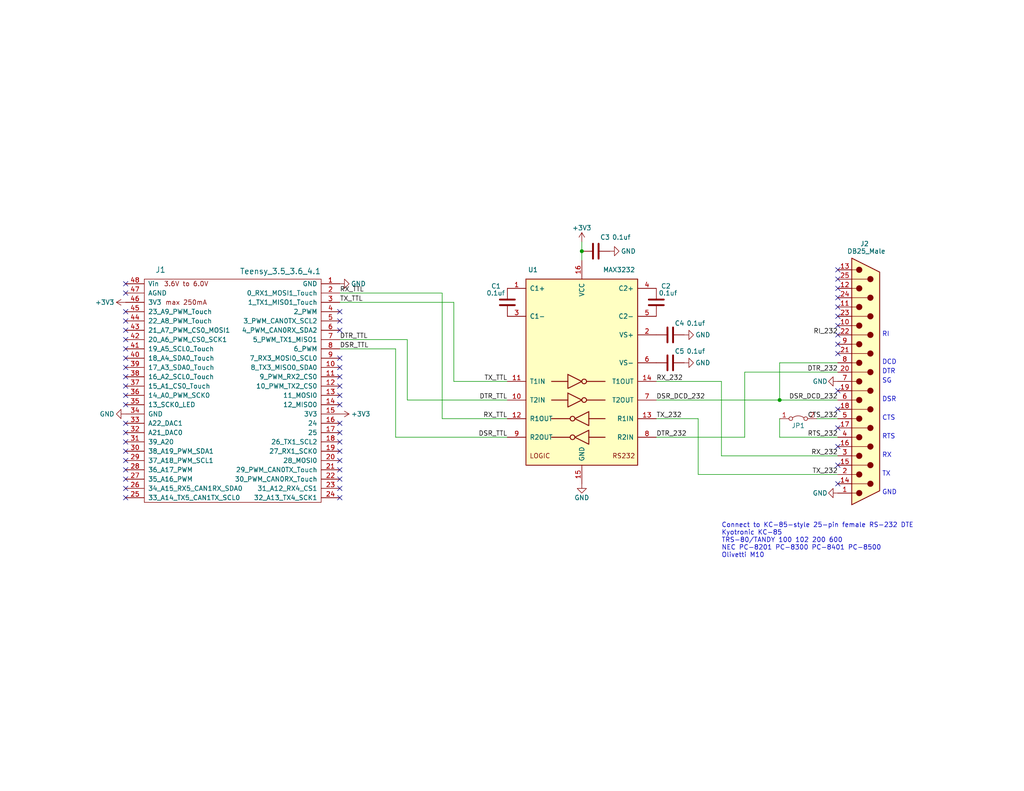
<source format=kicad_sch>
(kicad_sch (version 20211123) (generator eeschema)
  (paper "USLetter")
  (title_block (title "MounT_K85_Teensy") (date "2022-10-23") (rev "004") (company "Brian K. White - b.kenyon.w@gmail.com"))
  (lib_symbols
    (symbol "0_LOCAL:+3V3" (power) (pin_names (offset 0))
      (property "Value" "+3V3" (at 0 3.556 0))
      (symbol "+3V3_0_1"
        (polyline (pts (xy -0.762 1.27) (xy 0 2.54)))
        (polyline (pts (xy 0 0) (xy 0 2.54)))
        (polyline (pts (xy 0 2.54) (xy 0.762 1.27)))
      )
      (symbol "+3V3_1_1"
        (pin power_in line (at 0 0 90) (length 0) hide (name "+3V3") (number "1"))
      )
    )
    (symbol "0_LOCAL:C" (pin_numbers hide) (pin_names (offset 0.254))
      (property "Reference" "C" (at 0.635 2.54 0))
      (property "Value" "C" (at 0.635 -2.54 0))
      (symbol "C_0_1"
        (polyline (pts (xy -2.032 -0.762) (xy 2.032 -0.762)) (stroke (width 0.508)))
        (polyline (pts (xy -2.032 0.762) (xy 2.032 0.762)) (stroke (width 0.508)))
      )
      (symbol "C_1_1"
        (pin passive line (at 0 3.81 270) (length 2.794) (name "~") (number "1"))
        (pin passive line (at 0 -3.81 90) (length 2.794) (name "~") (number "2"))
      )
    )
    (symbol "0_LOCAL:DB25_Male" (pin_names (offset 1.016) hide)
      (property "Reference" "J" (at 0 34.29 0))
      (property "Value" "DB25_Male" (at 0 -34.925 0))
      (symbol "DB25_Male_0_1"
        (circle (center -1.778 -30.48) (radius 0.762) (fill (type outline)))
        (circle (center -1.778 -25.4) (radius 0.762) (fill (type outline)))
        (circle (center -1.778 -20.32) (radius 0.762) (fill (type outline)))
        (circle (center -1.778 -15.24) (radius 0.762) (fill (type outline)))
        (circle (center -1.778 -10.16) (radius 0.762) (fill (type outline)))
        (circle (center -1.778 -5.08) (radius 0.762) (fill (type outline)))
        (circle (center -1.778 0) (radius 0.762) (fill (type outline)))
        (circle (center -1.778 5.08) (radius 0.762) (fill (type outline)))
        (circle (center -1.778 10.16) (radius 0.762) (fill (type outline)))
        (circle (center -1.778 15.24) (radius 0.762) (fill (type outline)))
        (circle (center -1.778 20.32) (radius 0.762) (fill (type outline)))
        (circle (center -1.778 25.4) (radius 0.762) (fill (type outline)))
        (circle (center -1.778 30.48) (radius 0.762) (fill (type outline)))
        (polyline (pts (xy -3.81 -30.48) (xy -2.54 -30.48)))
        (polyline (pts (xy -3.81 -27.94) (xy 0.508 -27.94)))
        (polyline (pts (xy -3.81 -25.4) (xy -2.54 -25.4)))
        (polyline (pts (xy -3.81 -22.86) (xy 0.508 -22.86)))
        (polyline (pts (xy -3.81 -20.32) (xy -2.54 -20.32)))
        (polyline (pts (xy -3.81 -17.78) (xy 0.508 -17.78)))
        (polyline (pts (xy -3.81 -15.24) (xy -2.54 -15.24)))
        (polyline (pts (xy -3.81 -12.7) (xy 0.508 -12.7)))
        (polyline (pts (xy -3.81 -10.16) (xy -2.54 -10.16)))
        (polyline (pts (xy -3.81 -7.62) (xy 0.508 -7.62)))
        (polyline (pts (xy -3.81 -5.08) (xy -2.54 -5.08)))
        (polyline (pts (xy -3.81 -2.54) (xy 0.508 -2.54)))
        (polyline (pts (xy -3.81 0) (xy -2.54 0)))
        (polyline (pts (xy -3.81 2.54) (xy 0.508 2.54)))
        (polyline (pts (xy -3.81 5.08) (xy -2.54 5.08)))
        (polyline (pts (xy -3.81 7.62) (xy 0.508 7.62)))
        (polyline (pts (xy -3.81 10.16) (xy -2.54 10.16)))
        (polyline (pts (xy -3.81 12.7) (xy 0.508 12.7)))
        (polyline (pts (xy -3.81 15.24) (xy -2.54 15.24)))
        (polyline (pts (xy -3.81 17.78) (xy 0.508 17.78)))
        (polyline (pts (xy -3.81 20.32) (xy -2.54 20.32)))
        (polyline (pts (xy -3.81 22.86) (xy 0.508 22.86)))
        (polyline (pts (xy -3.81 25.4) (xy -2.54 25.4)))
        (polyline (pts (xy -3.81 27.94) (xy 0.508 27.94)))
        (polyline (pts (xy -3.81 30.48) (xy -2.54 30.48)))
        (polyline (pts (xy -3.81 -33.655) (xy 3.81 -29.845) (xy 3.81 29.845) (xy -3.81 33.655) (xy -3.81 -33.655)) (stroke (width 0.254)) (fill (type background)))
        (circle (center 1.27 -27.94) (radius 0.762) (fill (type outline)))
        (circle (center 1.27 -22.86) (radius 0.762) (fill (type outline)))
        (circle (center 1.27 -17.78) (radius 0.762) (fill (type outline)))
        (circle (center 1.27 -12.7) (radius 0.762) (fill (type outline)))
        (circle (center 1.27 -7.62) (radius 0.762) (fill (type outline)))
        (circle (center 1.27 -2.54) (radius 0.762) (fill (type outline)))
        (circle (center 1.27 2.54) (radius 0.762) (fill (type outline)))
        (circle (center 1.27 7.62) (radius 0.762) (fill (type outline)))
        (circle (center 1.27 12.7) (radius 0.762) (fill (type outline)))
        (circle (center 1.27 17.78) (radius 0.762) (fill (type outline)))
        (circle (center 1.27 22.86) (radius 0.762) (fill (type outline)))
        (circle (center 1.27 27.94) (radius 0.762) (fill (type outline)))
      )
      (symbol "DB25_Male_1_1"
        (pin passive line (at -7.62 -30.48 0) (length 3.81) (name "1") (number "1"))
        (pin passive line (at -7.62 15.24 0) (length 3.81) (name "10") (number "10"))
        (pin passive line (at -7.62 20.32 0) (length 3.81) (name "11") (number "11"))
        (pin passive line (at -7.62 25.4 0) (length 3.81) (name "12") (number "12"))
        (pin passive line (at -7.62 30.48 0) (length 3.81) (name "13") (number "13"))
        (pin passive line (at -7.62 -27.94 0) (length 3.81) (name "P14") (number "14"))
        (pin passive line (at -7.62 -22.86 0) (length 3.81) (name "P15") (number "15"))
        (pin passive line (at -7.62 -17.78 0) (length 3.81) (name "P16") (number "16"))
        (pin passive line (at -7.62 -12.7 0) (length 3.81) (name "P17") (number "17"))
        (pin passive line (at -7.62 -7.62 0) (length 3.81) (name "P18") (number "18"))
        (pin passive line (at -7.62 -2.54 0) (length 3.81) (name "P19") (number "19"))
        (pin passive line (at -7.62 -25.4 0) (length 3.81) (name "2") (number "2"))
        (pin passive line (at -7.62 2.54 0) (length 3.81) (name "P20") (number "20"))
        (pin passive line (at -7.62 7.62 0) (length 3.81) (name "P21") (number "21"))
        (pin passive line (at -7.62 12.7 0) (length 3.81) (name "P22") (number "22"))
        (pin passive line (at -7.62 17.78 0) (length 3.81) (name "P23") (number "23"))
        (pin passive line (at -7.62 22.86 0) (length 3.81) (name "P24") (number "24"))
        (pin passive line (at -7.62 27.94 0) (length 3.81) (name "P25") (number "25"))
        (pin passive line (at -7.62 -20.32 0) (length 3.81) (name "3") (number "3"))
        (pin passive line (at -7.62 -15.24 0) (length 3.81) (name "4") (number "4"))
        (pin passive line (at -7.62 -10.16 0) (length 3.81) (name "5") (number "5"))
        (pin passive line (at -7.62 -5.08 0) (length 3.81) (name "6") (number "6"))
        (pin passive line (at -7.62 0 0) (length 3.81) (name "7") (number "7"))
        (pin passive line (at -7.62 5.08 0) (length 3.81) (name "8") (number "8"))
        (pin passive line (at -7.62 10.16 0) (length 3.81) (name "9") (number "9"))
      )
    )
    (symbol "0_LOCAL:GND" (power) (pin_names (offset 0))
      (property "Value" "GND" (at 0 -3.81 0))
      (symbol "GND_0_1"
        (polyline (pts (xy 0 0) (xy 0 -1.27) (xy 1.27 -1.27) (xy 0 -2.54) (xy -1.27 -1.27) (xy 0 -1.27)))
      )
      (symbol "GND_1_1"
        (pin power_in line (at 0 0 270) (length 0) hide (name "GND") (number "1"))
      )
    )
    (symbol "0_LOCAL:Jumper_2_Bridged" (pin_names (offset 0) hide)
      (property "Reference" "JP" (at 0 1.905 0))
      (property "Value" "Jumper_2_Bridged" (at 0 -2.54 0))
      (symbol "Jumper_2_Bridged_0_0"
        (circle (center -2.032 0) (radius 0.508))
        (circle (center 2.032 0) (radius 0.508))
      )
      (symbol "Jumper_2_Bridged_0_1"
        (arc (start 1.524 0.254) (mid 0 0.762) (end -1.524 0.254))
      )
      (symbol "Jumper_2_Bridged_1_1"
        (pin passive line (at -5.08 0 0) (length 2.54) (name "A") (number "1"))
        (pin passive line (at 5.08 0 180) (length 2.54) (name "B") (number "2"))
      )
    )
    (symbol "0_LOCAL:Teensy_3.5_3.6_4.1" (pin_names (offset 1.016))
      (property "Reference" "J" (at -21.59 33.02 0))
      (property "Value" "Teensy_3.5_3.6_4.1" (at -8.89 31.75 0))
      (symbol "Teensy_3.5_3.6_4.1_0_0"
        (text "3.6V to 6.0V" (at 12.7 29.21 0) (effects (font (size 1.27 1.27))))
        (text "max 250mA" (at 12.7 24.13 0) (effects (font (size 1.27 1.27))))
      )
      (symbol "Teensy_3.5_3.6_4.1_0_1"
        (rectangle (start -24.13 30.48) (end 24.13 -30.48))
      )
      (symbol "Teensy_3.5_3.6_4.1_1_1"
        (pin power_in line (at -29.21 29.21 0) (length 5.08) (name "GND") (number "1"))
        (pin bidirectional line (at -29.21 6.35 0) (length 5.08) (name "8_TX3_MISO0_SDA0") (number "10"))
        (pin bidirectional line (at -29.21 3.81 0) (length 5.08) (name "9_PWM_RX2_CS0") (number "11"))
        (pin bidirectional line (at -29.21 1.27 0) (length 5.08) (name "10_PWM_TX2_CS0") (number "12"))
        (pin bidirectional line (at -29.21 -1.27 0) (length 5.08) (name "11_MOSI0") (number "13"))
        (pin bidirectional line (at -29.21 -3.81 0) (length 5.08) (name "12_MISO0") (number "14"))
        (pin power_out line (at -29.21 -6.35 0) (length 5.08) (name "3V3") (number "15"))
        (pin bidirectional line (at -29.21 -8.89 0) (length 5.08) (name "24") (number "16"))
        (pin bidirectional line (at -29.21 -11.43 0) (length 5.08) (name "25") (number "17"))
        (pin bidirectional line (at -29.21 -13.97 0) (length 5.08) (name "26_TX1_SCL2") (number "18"))
        (pin bidirectional line (at -29.21 -16.51 0) (length 5.08) (name "27_RX1_SCK0") (number "19"))
        (pin bidirectional line (at -29.21 26.67 0) (length 5.08) (name "0_RX1_MOSI1_Touch") (number "2"))
        (pin bidirectional line (at -29.21 -19.05 0) (length 5.08) (name "28_MOSI0") (number "20"))
        (pin bidirectional line (at -29.21 -21.59 0) (length 5.08) (name "29_PWM_CAN0TX_Touch") (number "21"))
        (pin bidirectional line (at -29.21 -24.13 0) (length 5.08) (name "30_PWM_CAN0RX_Touch") (number "22"))
        (pin bidirectional line (at -29.21 -26.67 0) (length 5.08) (name "31_A12_RX4_CS1") (number "23"))
        (pin bidirectional line (at -29.21 -29.21 0) (length 5.08) (name "32_A13_TX4_SCK1") (number "24"))
        (pin bidirectional line (at 29.21 -29.21 180) (length 5.08) (name "33_A14_TX5_CAN1TX_SCL0") (number "25"))
        (pin bidirectional line (at 29.21 -26.67 180) (length 5.08) (name "34_A15_RX5_CAN1RX_SDA0") (number "26"))
        (pin bidirectional line (at 29.21 -24.13 180) (length 5.08) (name "35_A16_PWM") (number "27"))
        (pin bidirectional line (at 29.21 -21.59 180) (length 5.08) (name "36_A17_PWM") (number "28"))
        (pin bidirectional line (at 29.21 -19.05 180) (length 5.08) (name "37_A18_PWM_SCL1") (number "29"))
        (pin bidirectional line (at -29.21 24.13 0) (length 5.08) (name "1_TX1_MISO1_Touch") (number "3"))
        (pin bidirectional line (at 29.21 -16.51 180) (length 5.08) (name "38_A19_PWM_SDA1") (number "30"))
        (pin bidirectional line (at 29.21 -13.97 180) (length 5.08) (name "39_A20") (number "31"))
        (pin bidirectional line (at 29.21 -11.43 180) (length 5.08) (name "A21_DAC0") (number "32"))
        (pin bidirectional line (at 29.21 -8.89 180) (length 5.08) (name "A22_DAC1") (number "33"))
        (pin power_in line (at 29.21 -6.35 180) (length 5.08) (name "GND") (number "34"))
        (pin bidirectional line (at 29.21 -3.81 180) (length 5.08) (name "13_SCK0_LED") (number "35"))
        (pin bidirectional line (at 29.21 -1.27 180) (length 5.08) (name "14_A0_PWM_SCK0") (number "36"))
        (pin bidirectional line (at 29.21 1.27 180) (length 5.08) (name "15_A1_CS0_Touch") (number "37"))
        (pin bidirectional line (at 29.21 3.81 180) (length 5.08) (name "16_A2_SCL0_Touch") (number "38"))
        (pin bidirectional line (at 29.21 6.35 180) (length 5.08) (name "17_A3_SDA0_Touch") (number "39"))
        (pin bidirectional line (at -29.21 21.59 0) (length 5.08) (name "2_PWM") (number "4"))
        (pin bidirectional line (at 29.21 8.89 180) (length 5.08) (name "18_A4_SDA0_Touch") (number "40"))
        (pin bidirectional line (at 29.21 11.43 180) (length 5.08) (name "19_A5_SCL0_Touch") (number "41"))
        (pin bidirectional line (at 29.21 13.97 180) (length 5.08) (name "20_A6_PWM_CS0_SCK1") (number "42"))
        (pin bidirectional line (at 29.21 16.51 180) (length 5.08) (name "21_A7_PWM_CS0_MOSI1") (number "43"))
        (pin bidirectional line (at 29.21 19.05 180) (length 5.08) (name "22_A8_PWM_Touch") (number "44"))
        (pin bidirectional line (at 29.21 21.59 180) (length 5.08) (name "23_A9_PWM_Touch") (number "45"))
        (pin power_out line (at 29.21 24.13 180) (length 5.08) (name "3V3") (number "46"))
        (pin power_out line (at 29.21 26.67 180) (length 5.08) (name "AGND") (number "47"))
        (pin power_in line (at 29.21 29.21 180) (length 5.08) (name "Vin") (number "48"))
        (pin bidirectional line (at -29.21 19.05 0) (length 5.08) (name "3_PWM_CAN0TX_SCL2") (number "5"))
        (pin bidirectional line (at -29.21 16.51 0) (length 5.08) (name "4_PWM_CAN0RX_SDA2") (number "6"))
        (pin bidirectional line (at -29.21 13.97 0) (length 5.08) (name "5_PWM_TX1_MISO1") (number "7"))
        (pin bidirectional line (at -29.21 11.43 0) (length 5.08) (name "6_PWM") (number "8"))
        (pin bidirectional line (at -29.21 8.89 0) (length 5.08) (name "7_RX3_MOSI0_SCL0") (number "9"))
      )
    )
    (symbol "Interface_UART:MAX3232" (pin_names (offset 1.016))
      (property "Reference" "U" (at -2.54 28.575 0))
      (property "Value" "MAX3232" (at -2.54 26.67 0))
      (symbol "MAX3232_0_0"
        (text "LOGIC" (at -11.43 -22.86 0) (effects (font (size 1.27 1.27))))
        (text "RS232" (at 11.43 -22.86 0) (effects (font (size 1.27 1.27))))
      )
      (symbol "MAX3232_0_1"
        (rectangle (start -15.24 -25.4) (end 15.24 25.4) (stroke (width 0.254)) (fill (type background)))
        (circle (center -2.54 -17.78) (radius 0.635) (stroke (width 0.254)))
        (circle (center -2.54 -12.7) (radius 0.635) (stroke (width 0.254)))
        (polyline (pts (xy -3.81 -7.62) (xy -8.255 -7.62)) (stroke (width 0.254)))
        (polyline (pts (xy -3.81 -2.54) (xy -8.255 -2.54)) (stroke (width 0.254)))
        (polyline (pts (xy -3.175 -17.78) (xy -8.255 -17.78)) (stroke (width 0.254)))
        (polyline (pts (xy -3.175 -12.7) (xy -8.255 -12.7)) (stroke (width 0.254)))
        (polyline (pts (xy 1.27 -7.62) (xy 6.35 -7.62)) (stroke (width 0.254)))
        (polyline (pts (xy 1.27 -2.54) (xy 6.35 -2.54)) (stroke (width 0.254)))
        (polyline (pts (xy 1.905 -17.78) (xy 6.35 -17.78)) (stroke (width 0.254)))
        (polyline (pts (xy 1.905 -12.7) (xy 6.35 -12.7)) (stroke (width 0.254)))
        (polyline (pts (xy -3.81 -5.715) (xy -3.81 -9.525) (xy 0 -7.62) (xy -3.81 -5.715)) (stroke (width 0.254)))
        (polyline (pts (xy -3.81 -0.635) (xy -3.81 -4.445) (xy 0 -2.54) (xy -3.81 -0.635)) (stroke (width 0.254)))
        (polyline (pts (xy 1.905 -15.875) (xy 1.905 -19.685) (xy -1.905 -17.78) (xy 1.905 -15.875)) (stroke (width 0.254)))
        (polyline (pts (xy 1.905 -10.795) (xy 1.905 -14.605) (xy -1.905 -12.7) (xy 1.905 -10.795)) (stroke (width 0.254)))
        (circle (center 0.635 -7.62) (radius 0.635) (stroke (width 0.254)))
        (circle (center 0.635 -2.54) (radius 0.635) (stroke (width 0.254)))
      )
      (symbol "MAX3232_1_1"
        (pin passive line (at -20.32 22.86 0) (length 5.08) (name "C1+") (number "1"))
        (pin input line (at -20.32 -7.62 0) (length 5.08) (name "T2IN") (number "10"))
        (pin input line (at -20.32 -2.54 0) (length 5.08) (name "T1IN") (number "11"))
        (pin output line (at -20.32 -12.7 0) (length 5.08) (name "R1OUT") (number "12"))
        (pin input line (at 20.32 -12.7 180) (length 5.08) (name "R1IN") (number "13"))
        (pin output line (at 20.32 -2.54 180) (length 5.08) (name "T1OUT") (number "14"))
        (pin power_in line (at 0 -30.48 90) (length 5.08) (name "GND") (number "15"))
        (pin power_in line (at 0 30.48 270) (length 5.08) (name "VCC") (number "16"))
        (pin power_out line (at 20.32 10.16 180) (length 5.08) (name "VS+") (number "2"))
        (pin passive line (at -20.32 15.24 0) (length 5.08) (name "C1-") (number "3"))
        (pin passive line (at 20.32 22.86 180) (length 5.08) (name "C2+") (number "4"))
        (pin passive line (at 20.32 15.24 180) (length 5.08) (name "C2-") (number "5"))
        (pin power_out line (at 20.32 2.54 180) (length 5.08) (name "VS-") (number "6"))
        (pin output line (at 20.32 -7.62 180) (length 5.08) (name "T2OUT") (number "7"))
        (pin input line (at 20.32 -17.78 180) (length 5.08) (name "R2IN") (number "8"))
        (pin output line (at -20.32 -17.78 0) (length 5.08) (name "R2OUT") (number "9"))
      )
    )
  )
  (junction (at 212.725 109.22))
  (junction (at 158.75 68.58))
  (no_connect (at 228.6 91.44))
  (no_connect (at 228.6 96.52))
  (no_connect (at 228.6 93.98))
  (no_connect (at 228.6 88.9))
  (no_connect (at 228.6 83.82))
  (no_connect (at 228.6 81.28))
  (no_connect (at 228.6 78.74))
  (no_connect (at 228.6 76.2))
  (no_connect (at 228.6 73.66))
  (no_connect (at 228.6 86.36))
  (no_connect (at 228.6 116.84))
  (no_connect (at 228.6 111.76))
  (no_connect (at 228.6 106.68))
  (no_connect (at 228.6 121.92))
  (no_connect (at 228.6 127))
  (no_connect (at 228.6 132.08))
  (no_connect (at 92.71 120.65))
  (no_connect (at 92.71 123.19))
  (no_connect (at 92.71 125.73))
  (no_connect (at 92.71 128.27))
  (no_connect (at 92.71 130.81))
  (no_connect (at 92.71 135.89))
  (no_connect (at 92.71 133.35))
  (no_connect (at 92.71 85.09))
  (no_connect (at 92.71 87.63))
  (no_connect (at 92.71 90.17))
  (no_connect (at 92.71 97.79))
  (no_connect (at 92.71 100.33))
  (no_connect (at 92.71 105.41))
  (no_connect (at 92.71 107.95))
  (no_connect (at 92.71 110.49))
  (no_connect (at 92.71 115.57))
  (no_connect (at 92.71 118.11))
  (no_connect (at 92.71 102.87))
  (no_connect (at 34.29 97.79))
  (no_connect (at 34.29 95.25))
  (no_connect (at 34.29 92.71))
  (no_connect (at 34.29 90.17))
  (no_connect (at 34.29 87.63))
  (no_connect (at 34.29 135.89))
  (no_connect (at 34.29 133.35))
  (no_connect (at 34.29 130.81))
  (no_connect (at 34.29 128.27))
  (no_connect (at 34.29 125.73))
  (no_connect (at 34.29 115.57))
  (no_connect (at 34.29 123.19))
  (no_connect (at 34.29 120.65))
  (no_connect (at 34.29 118.11))
  (no_connect (at 34.29 110.49))
  (no_connect (at 34.29 107.95))
  (no_connect (at 34.29 105.41))
  (no_connect (at 34.29 102.87))
  (no_connect (at 34.29 100.33))
  (no_connect (at 34.29 77.47))
  (no_connect (at 34.29 85.09))
  (no_connect (at 34.29 80.01))
  (wire (pts (xy 92.71 80.01) (xy 120.65 80.01)))
  (wire (pts (xy 158.75 68.58) (xy 158.75 66.04)))
  (wire (pts (xy 212.725 119.38) (xy 228.6 119.38)))
  (wire (pts (xy 123.825 82.55) (xy 123.825 104.14)))
  (wire (pts (xy 203.2 101.6) (xy 228.6 101.6)))
  (wire (pts (xy 179.07 114.3) (xy 190.5 114.3)))
  (wire (pts (xy 212.725 119.38) (xy 212.725 114.3)))
  (wire (pts (xy 123.825 104.14) (xy 138.43 104.14)))
  (wire (pts (xy 190.5 114.3) (xy 190.5 129.54)))
  (wire (pts (xy 120.65 80.01) (xy 120.65 114.3)))
  (wire (pts (xy 92.71 82.55) (xy 123.825 82.55)))
  (wire (pts (xy 212.725 109.22) (xy 228.6 109.22)))
  (wire (pts (xy 179.07 119.38) (xy 203.2 119.38)))
  (wire (pts (xy 203.2 119.38) (xy 203.2 101.6)))
  (wire (pts (xy 107.95 119.38) (xy 138.43 119.38)))
  (wire (pts (xy 190.5 129.54) (xy 228.6 129.54)))
  (wire (pts (xy 120.65 114.3) (xy 138.43 114.3)))
  (wire (pts (xy 179.07 109.22) (xy 212.725 109.22)))
  (wire (pts (xy 222.885 114.3) (xy 228.6 114.3)))
  (wire (pts (xy 92.71 95.25) (xy 107.95 95.25)))
  (wire (pts (xy 179.07 104.14) (xy 196.85 104.14)))
  (wire (pts (xy 158.75 71.12) (xy 158.75 68.58)))
  (wire (pts (xy 196.85 124.46) (xy 228.6 124.46)))
  (wire (pts (xy 111.125 92.71) (xy 111.125 109.22)))
  (wire (pts (xy 107.95 95.25) (xy 107.95 119.38)))
  (wire (pts (xy 92.71 92.71) (xy 111.125 92.71)))
  (wire (pts (xy 111.125 109.22) (xy 138.43 109.22)))
  (wire (pts (xy 228.6 99.06) (xy 212.725 99.06)))
  (wire (pts (xy 196.85 104.14) (xy 196.85 124.46)))
  (wire (pts (xy 212.725 99.06) (xy 212.725 109.22)))
  (text "DTR" (at 240.665 102.235 0) (effects (font (size 1.27 1.27)) (justify left bottom)))
  (text "Connect to KC-85-style 25-pin female RS-232 DTE\nKyotronic KC-85\nTRS-80/TANDY 100 102 200 600\nNEC PC-8201 PC-8300 PC-8401 PC-8500\nOlivetti M10\n" (at 196.85 152.4 0) (effects (font (size 1.27 1.27)) (justify left bottom)))
  (text "RI" (at 240.665 92.075 0) (effects (font (size 1.27 1.27)) (justify left bottom)))
  (text "DSR" (at 240.665 109.855 0) (effects (font (size 1.27 1.27)) (justify left bottom)))
  (text "GND" (at 240.665 135.255 0) (effects (font (size 1.27 1.27)) (justify left bottom)))
  (text "DCD" (at 240.665 99.695 0) (effects (font (size 1.27 1.27)) (justify left bottom)))
  (text "RX" (at 240.665 125.095 0) (effects (font (size 1.27 1.27)) (justify left bottom)))
  (text "RTS" (at 240.665 120.015 0) (effects (font (size 1.27 1.27)) (justify left bottom)))
  (text "SG" (at 240.665 104.775 0) (effects (font (size 1.27 1.27)) (justify left bottom)))
  (text "CTS" (at 240.665 114.935 0) (effects (font (size 1.27 1.27)) (justify left bottom)))
  (text "TX" (at 240.665 130.175 0) (effects (font (size 1.27 1.27)) (justify left bottom)))
  (label "DSR_DCD_232" (at 179.07 109.22 0))
  (label "TX_232" (at 179.07 114.3 0))
  (label "TX_232" (at 228.6 129.54 180))
  (label "DTR_232" (at 179.07 119.38 0))
  (label "DTR_TTL" (at 92.71 92.71 0))
  (label "RX_TTL" (at 138.43 114.3 180))
  (label "RI_232" (at 228.6 91.44 180))
  (label "CTS_232" (at 228.6 114.3 180))
  (label "TX_TTL" (at 138.43 104.14 180))
  (label "TX_TTL" (at 92.71 82.55 0))
  (label "DSR_TTL" (at 92.71 95.25 0))
  (label "RX_232" (at 179.07 104.14 0))
  (label "DTR_232" (at 228.6 101.6 180))
  (label "RX_TTL" (at 92.71 80.01 0))
  (label "RTS_232" (at 228.6 119.38 180))
  (label "DTR_TTL" (at 138.43 109.22 180))
  (label "DSR_DCD_232" (at 228.6 109.22 180))
  (label "RX_232" (at 228.6 124.46 180))
  (label "DSR_TTL" (at 138.43 119.38 180))
  (symbol (lib_id "0_LOCAL:DB25_Male") (at 236.22 104.14 0) (unit 1)
    (property "Reference" "J2" (at 234.696 66.548 0) (effects (justify left)))
    (property "Value" "DB25_Male" (at 231.14 68.58 0) (effects (justify left)))
    (property "Footprint" "0_LOCAL:DSUB-25_Male_Vertical_P2.77x2.84mm" (effects hide))
    (property "Datasheet" " ~" (effects hide))
  )
  (symbol (lib_id "0_LOCAL:Jumper_2_Bridged") (at 217.805 114.3 0) (unit 1)
    (property "Reference" "JP1" (at 217.805 116.205 0))
    (property "Value" "Jumper_2_Bridged" (effects hide))
    (property "Footprint" "0_LOCAL:PinHeader_1x02_P2.54mm_Horizontal" (effects hide))
  )
  (symbol (lib_id "0_LOCAL:+3V3") (at 158.75 66.04 0) (unit 1)
    (property "Reference" "#PWR0107" (effects hide))
    (property "Value" "+3V3" (at 158.75 62.23 0))
  )
  (symbol (lib_id "0_LOCAL:GND") (at 228.6 134.62 270) (unit 1)
    (property "Reference" "#PWR0102" (effects hide))
    (property "Value" "GND" (at 225.806 134.62 90) (effects (justify right)))
  )
  (symbol (lib_id "Interface_UART:MAX3232") (at 158.75 101.6 0) (unit 1)
    (property "Reference" "U1" (at 145.415 73.66 0))
    (property "Value" "MAX3232" (at 168.91 73.66 0))
    (property "Footprint" "0_LOCAL:SOIC-16_W3.90mm" (effects hide))
    (property "Datasheet" "https://datasheets.maximintegrated.com/en/ds/MAX3222-MAX3241.pdf" (effects hide))
  )
  (symbol (lib_id "0_LOCAL:GND") (at 228.6 104.14 270) (unit 1)
    (property "Reference" "#PWR04" (effects hide))
    (property "Value" "GND" (at 225.806 104.14 90) (effects (justify right)))
  )
  (symbol (lib_id "0_LOCAL:GND") (at 158.75 132.08 0) (unit 1)
    (property "Reference" "#PWR03" (effects hide))
    (property "Value" "GND" (at 158.75 135.89 0))
  )
  (symbol (lib_id "0_LOCAL:GND") (at 166.37 68.58 90) (unit 1)
    (property "Reference" "#PWR0105" (effects hide))
    (property "Value" "GND" (at 171.45 68.58 90))
  )
  (symbol (lib_id "0_LOCAL:C") (at 179.07 82.55 0) (unit 1)
    (property "Reference" "C2" (at 180.34 78.105 0) (effects (justify left)))
    (property "Value" "0.1uf" (at 179.705 80.01 0) (effects (justify left)))
    (property "Footprint" "0_LOCAL:C_0805" (effects hide))
  )
  (symbol (lib_id "0_LOCAL:C") (at 138.43 82.55 0) (unit 1)
    (property "Reference" "C1" (at 133.985 78.105 0) (effects (justify left)))
    (property "Value" "0.1uf" (at 132.715 80.01 0) (effects (justify left)))
    (property "Footprint" "0_LOCAL:C_0805" (effects hide))
  )
  (symbol (lib_id "0_LOCAL:C") (at 182.88 91.44 90) (unit 1)
    (property "Reference" "C4" (at 185.42 88.265 90))
    (property "Value" "0.1uf" (at 189.865 88.265 90))
    (property "Footprint" "0_LOCAL:C_0805" (effects hide))
  )
  (symbol (lib_id "0_LOCAL:C") (at 182.88 99.06 90) (unit 1)
    (property "Reference" "C5" (at 185.42 95.885 90))
    (property "Value" "0.1uf" (at 189.865 95.885 90))
    (property "Footprint" "0_LOCAL:C_0805" (effects hide))
  )
  (symbol (lib_id "0_LOCAL:C") (at 162.56 68.58 90) (unit 1)
    (property "Reference" "C3" (at 165.1 64.77 90))
    (property "Value" "0.1uf" (at 169.545 64.77 90))
    (property "Footprint" "0_LOCAL:C_0805" (effects hide))
  )
  (symbol (lib_id "0_LOCAL:GND") (at 34.29 113.03 270) (mirror x) (unit 1)
    (property "Reference" "#PWR0115" (effects hide))
    (property "Value" "GND" (at 29.21 113.03 90))
  )
  (symbol (lib_id "0_LOCAL:Teensy_3.5_3.6_4.1") (at 63.5 106.68 0) (mirror y) (unit 1)
    (property "Reference" "J1" (at 43.815 73.66 0) (effects (font (size 1.524 1.524))))
    (property "Value" "Teensy_3.5_3.6_4.1" (at 65.405 74.93 0) (effects (font (size 1.524 1.524)) (justify right bottom)))
    (property "Footprint" "0_LOCAL:Teensy_3.5_3.6_4.1_DIP_friction" (effects hide))
    (property "Datasheet" "https://www.pjrc.com/teensy/pinout.html" (effects hide))
  )
  (symbol (lib_id "0_LOCAL:GND") (at 186.69 99.06 90) (unit 1)
    (property "Reference" "#PWR0108" (effects hide))
    (property "Value" "GND" (at 191.77 99.06 90))
  )
  (symbol (lib_id "0_LOCAL:GND") (at 92.71 77.47 90) (unit 1)
    (property "Reference" "#PWR0101" (effects hide))
    (property "Value" "GND" (at 97.79 77.47 90))
  )
  (symbol (lib_id "0_LOCAL:+3V3") (at 34.29 82.55 90) (unit 1)
    (property "Reference" "#PWR0103" (effects hide))
    (property "Value" "+3V3" (at 28.575 82.55 90))
  )
  (symbol (lib_id "0_LOCAL:GND") (at 186.69 91.44 90) (unit 1)
    (property "Reference" "#PWR0104" (effects hide))
    (property "Value" "GND" (at 191.77 91.44 90))
  )
  (symbol (lib_id "0_LOCAL:+3V3") (at 92.71 113.03 270) (mirror x) (unit 1)
    (property "Reference" "#PWR0106" (effects hide))
    (property "Value" "+3V3" (at 98.425 113.03 90))
  )
)
</source>
